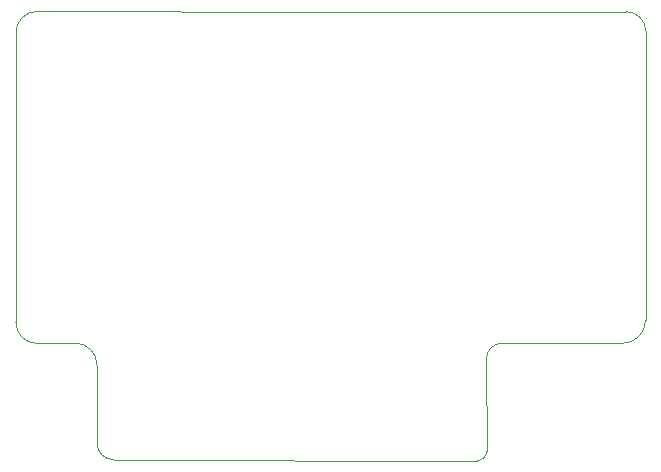
<source format=gbr>
%TF.GenerationSoftware,Altium Limited,Altium Designer,24.2.2 (26)*%
G04 Layer_Color=0*
%FSLAX45Y45*%
%MOMM*%
%TF.SameCoordinates,49D751E1-909A-4D1D-99CC-CC6D119DB9C5*%
%TF.FilePolarity,Positive*%
%TF.FileFunction,Profile,NP*%
%TF.Part,Single*%
G01*
G75*
%TA.AperFunction,Profile*%
%ADD60C,0.02540*%
D60*
X1269999Y-5338509D02*
X1269985Y-4831423D01*
X1270946Y-4680627D01*
D02*
G03*
X1084782Y-4494463I-186164J0D01*
G01*
X759786Y-4496602D01*
D02*
G02*
X584158Y-4320975I0J175628D01*
G01*
X585092Y-1863831D01*
D02*
G02*
X762412Y-1686511I177320J0D01*
G01*
X3215005Y-1689100D01*
X5752121Y-1689108D01*
D02*
G02*
X5916960Y-1853948I0J-164840D01*
G01*
X5916186Y-4299366D01*
D02*
G02*
X5718544Y-4497008I-197642J0D01*
G01*
X4704012Y-4494075D01*
D02*
G03*
X4567259Y-4630828I0J-136754D01*
G01*
X4568704Y-5408756D01*
D02*
G02*
X4488420Y-5489670I-80284J-627D01*
G01*
X1414703Y-5483213D01*
D02*
G02*
X1269999Y-5338509I0J144704D01*
G01*
%TF.MD5,a62f18c699cafee7e307c76aa970cf74*%
M02*

</source>
